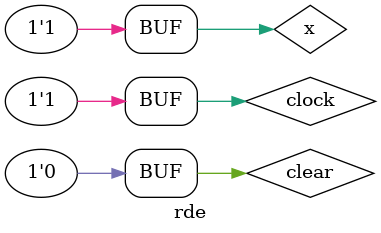
<source format=v>

	module dff ( output q, output qnot,
               input   d, input clk,
					input clear);
	reg q;  reg qnot;

	always @( posedge clk )
	   begin
  	   q <= d;         qnot <= ~q; 
	   end 
	endmodule // dff
	
// ------------------------------------
// Registrador de deslocamento para a esquerda;
// ------------------------------------

	module rde;
	
	reg x, clock, clear;
	wire a,b,c,d,e,na,nb,nc,nd,ne,nf;
	
	dff RDE1 (a,na,b,clock,clear);
	dff RDE2 (b,nb,c,clock,clear);
	dff RDE3 (c,nc,d,clock,clear);
	dff RDE4 (d,nd,e,clock,clear);
	dff RDE5 (e,ne,x,clock,clear);
	
	initial begin
	
		x = 1;	clock = 0;	clear = 1;
	$display ("Exercicio01 - Guia08 - Teste");
	$display ("Aluno: Wender Zacarias Xavier - 427472");
	$monitor (" %b  %b  %b  %b  %b", a,b,c,d,e);
#1 clear = 0;	x = 1; clock = 1;
#1 x = 1;
#1 x = 1;
#1 x = 1;
#1 x = 0;
#1 x = 1;
#1 x = 0;
#1 x = 1;
#1 x = 1;
#1 clear = 1;
#1 clear = 0; x = 1;
#1 x = 1;

	end
	endmodule // Fim Exercicio01
</source>
